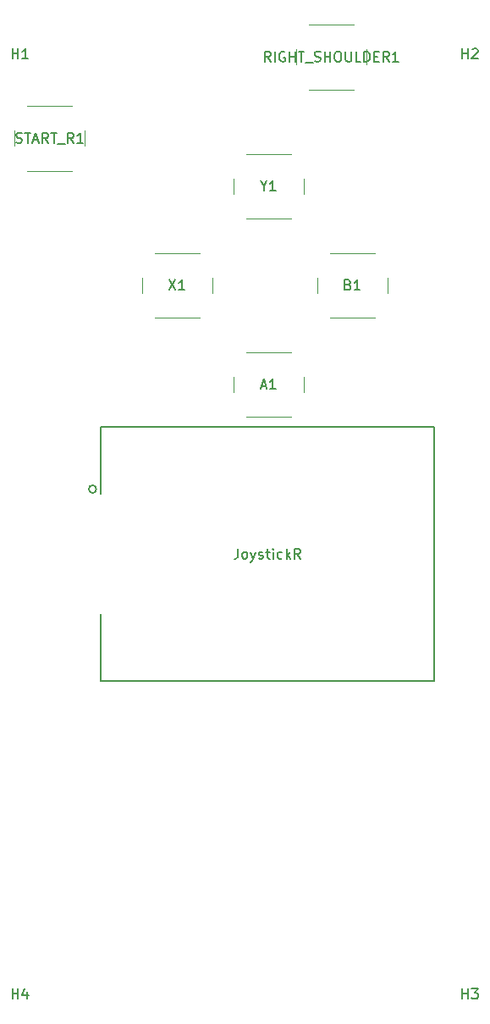
<source format=gbr>
%TF.GenerationSoftware,KiCad,Pcbnew,8.0.2*%
%TF.CreationDate,2024-05-12T00:24:23+01:00*%
%TF.ProjectId,Right_Controller_PCB_Bluetooth,52696768-745f-4436-9f6e-74726f6c6c65,V1.1*%
%TF.SameCoordinates,Original*%
%TF.FileFunction,Legend,Top*%
%TF.FilePolarity,Positive*%
%FSLAX46Y46*%
G04 Gerber Fmt 4.6, Leading zero omitted, Abs format (unit mm)*
G04 Created by KiCad (PCBNEW 8.0.2) date 2024-05-12 00:24:23*
%MOMM*%
%LPD*%
G01*
G04 APERTURE LIST*
%ADD10C,0.150000*%
%ADD11C,0.203200*%
%ADD12C,0.120000*%
G04 APERTURE END LIST*
D10*
X120238095Y-51454819D02*
X120238095Y-50454819D01*
X120238095Y-50931009D02*
X120809523Y-50931009D01*
X120809523Y-51454819D02*
X120809523Y-50454819D01*
X121809523Y-51454819D02*
X121238095Y-51454819D01*
X121523809Y-51454819D02*
X121523809Y-50454819D01*
X121523809Y-50454819D02*
X121428571Y-50597676D01*
X121428571Y-50597676D02*
X121333333Y-50692914D01*
X121333333Y-50692914D02*
X121238095Y-50740533D01*
X142797618Y-100454819D02*
X142797618Y-101169104D01*
X142797618Y-101169104D02*
X142749999Y-101311961D01*
X142749999Y-101311961D02*
X142654761Y-101407200D01*
X142654761Y-101407200D02*
X142511904Y-101454819D01*
X142511904Y-101454819D02*
X142416666Y-101454819D01*
X143416666Y-101454819D02*
X143321428Y-101407200D01*
X143321428Y-101407200D02*
X143273809Y-101359580D01*
X143273809Y-101359580D02*
X143226190Y-101264342D01*
X143226190Y-101264342D02*
X143226190Y-100978628D01*
X143226190Y-100978628D02*
X143273809Y-100883390D01*
X143273809Y-100883390D02*
X143321428Y-100835771D01*
X143321428Y-100835771D02*
X143416666Y-100788152D01*
X143416666Y-100788152D02*
X143559523Y-100788152D01*
X143559523Y-100788152D02*
X143654761Y-100835771D01*
X143654761Y-100835771D02*
X143702380Y-100883390D01*
X143702380Y-100883390D02*
X143749999Y-100978628D01*
X143749999Y-100978628D02*
X143749999Y-101264342D01*
X143749999Y-101264342D02*
X143702380Y-101359580D01*
X143702380Y-101359580D02*
X143654761Y-101407200D01*
X143654761Y-101407200D02*
X143559523Y-101454819D01*
X143559523Y-101454819D02*
X143416666Y-101454819D01*
X144083333Y-100788152D02*
X144321428Y-101454819D01*
X144559523Y-100788152D02*
X144321428Y-101454819D01*
X144321428Y-101454819D02*
X144226190Y-101692914D01*
X144226190Y-101692914D02*
X144178571Y-101740533D01*
X144178571Y-101740533D02*
X144083333Y-101788152D01*
X144892857Y-101407200D02*
X144988095Y-101454819D01*
X144988095Y-101454819D02*
X145178571Y-101454819D01*
X145178571Y-101454819D02*
X145273809Y-101407200D01*
X145273809Y-101407200D02*
X145321428Y-101311961D01*
X145321428Y-101311961D02*
X145321428Y-101264342D01*
X145321428Y-101264342D02*
X145273809Y-101169104D01*
X145273809Y-101169104D02*
X145178571Y-101121485D01*
X145178571Y-101121485D02*
X145035714Y-101121485D01*
X145035714Y-101121485D02*
X144940476Y-101073866D01*
X144940476Y-101073866D02*
X144892857Y-100978628D01*
X144892857Y-100978628D02*
X144892857Y-100931009D01*
X144892857Y-100931009D02*
X144940476Y-100835771D01*
X144940476Y-100835771D02*
X145035714Y-100788152D01*
X145035714Y-100788152D02*
X145178571Y-100788152D01*
X145178571Y-100788152D02*
X145273809Y-100835771D01*
X145607143Y-100788152D02*
X145988095Y-100788152D01*
X145750000Y-100454819D02*
X145750000Y-101311961D01*
X145750000Y-101311961D02*
X145797619Y-101407200D01*
X145797619Y-101407200D02*
X145892857Y-101454819D01*
X145892857Y-101454819D02*
X145988095Y-101454819D01*
X146321429Y-101454819D02*
X146321429Y-100788152D01*
X146321429Y-100454819D02*
X146273810Y-100502438D01*
X146273810Y-100502438D02*
X146321429Y-100550057D01*
X146321429Y-100550057D02*
X146369048Y-100502438D01*
X146369048Y-100502438D02*
X146321429Y-100454819D01*
X146321429Y-100454819D02*
X146321429Y-100550057D01*
X147226190Y-101407200D02*
X147130952Y-101454819D01*
X147130952Y-101454819D02*
X146940476Y-101454819D01*
X146940476Y-101454819D02*
X146845238Y-101407200D01*
X146845238Y-101407200D02*
X146797619Y-101359580D01*
X146797619Y-101359580D02*
X146750000Y-101264342D01*
X146750000Y-101264342D02*
X146750000Y-100978628D01*
X146750000Y-100978628D02*
X146797619Y-100883390D01*
X146797619Y-100883390D02*
X146845238Y-100835771D01*
X146845238Y-100835771D02*
X146940476Y-100788152D01*
X146940476Y-100788152D02*
X147130952Y-100788152D01*
X147130952Y-100788152D02*
X147226190Y-100835771D01*
X147654762Y-101454819D02*
X147654762Y-100454819D01*
X147750000Y-101073866D02*
X148035714Y-101454819D01*
X148035714Y-100788152D02*
X147654762Y-101169104D01*
X149035714Y-101454819D02*
X148702381Y-100978628D01*
X148464286Y-101454819D02*
X148464286Y-100454819D01*
X148464286Y-100454819D02*
X148845238Y-100454819D01*
X148845238Y-100454819D02*
X148940476Y-100502438D01*
X148940476Y-100502438D02*
X148988095Y-100550057D01*
X148988095Y-100550057D02*
X149035714Y-100645295D01*
X149035714Y-100645295D02*
X149035714Y-100788152D01*
X149035714Y-100788152D02*
X148988095Y-100883390D01*
X148988095Y-100883390D02*
X148940476Y-100931009D01*
X148940476Y-100931009D02*
X148845238Y-100978628D01*
X148845238Y-100978628D02*
X148464286Y-100978628D01*
X120618666Y-59843200D02*
X120761523Y-59890819D01*
X120761523Y-59890819D02*
X120999618Y-59890819D01*
X120999618Y-59890819D02*
X121094856Y-59843200D01*
X121094856Y-59843200D02*
X121142475Y-59795580D01*
X121142475Y-59795580D02*
X121190094Y-59700342D01*
X121190094Y-59700342D02*
X121190094Y-59605104D01*
X121190094Y-59605104D02*
X121142475Y-59509866D01*
X121142475Y-59509866D02*
X121094856Y-59462247D01*
X121094856Y-59462247D02*
X120999618Y-59414628D01*
X120999618Y-59414628D02*
X120809142Y-59367009D01*
X120809142Y-59367009D02*
X120713904Y-59319390D01*
X120713904Y-59319390D02*
X120666285Y-59271771D01*
X120666285Y-59271771D02*
X120618666Y-59176533D01*
X120618666Y-59176533D02*
X120618666Y-59081295D01*
X120618666Y-59081295D02*
X120666285Y-58986057D01*
X120666285Y-58986057D02*
X120713904Y-58938438D01*
X120713904Y-58938438D02*
X120809142Y-58890819D01*
X120809142Y-58890819D02*
X121047237Y-58890819D01*
X121047237Y-58890819D02*
X121190094Y-58938438D01*
X121475809Y-58890819D02*
X122047237Y-58890819D01*
X121761523Y-59890819D02*
X121761523Y-58890819D01*
X122332952Y-59605104D02*
X122809142Y-59605104D01*
X122237714Y-59890819D02*
X122571047Y-58890819D01*
X122571047Y-58890819D02*
X122904380Y-59890819D01*
X123809142Y-59890819D02*
X123475809Y-59414628D01*
X123237714Y-59890819D02*
X123237714Y-58890819D01*
X123237714Y-58890819D02*
X123618666Y-58890819D01*
X123618666Y-58890819D02*
X123713904Y-58938438D01*
X123713904Y-58938438D02*
X123761523Y-58986057D01*
X123761523Y-58986057D02*
X123809142Y-59081295D01*
X123809142Y-59081295D02*
X123809142Y-59224152D01*
X123809142Y-59224152D02*
X123761523Y-59319390D01*
X123761523Y-59319390D02*
X123713904Y-59367009D01*
X123713904Y-59367009D02*
X123618666Y-59414628D01*
X123618666Y-59414628D02*
X123237714Y-59414628D01*
X124094857Y-58890819D02*
X124666285Y-58890819D01*
X124380571Y-59890819D02*
X124380571Y-58890819D01*
X124761524Y-59986057D02*
X125523428Y-59986057D01*
X126332952Y-59890819D02*
X125999619Y-59414628D01*
X125761524Y-59890819D02*
X125761524Y-58890819D01*
X125761524Y-58890819D02*
X126142476Y-58890819D01*
X126142476Y-58890819D02*
X126237714Y-58938438D01*
X126237714Y-58938438D02*
X126285333Y-58986057D01*
X126285333Y-58986057D02*
X126332952Y-59081295D01*
X126332952Y-59081295D02*
X126332952Y-59224152D01*
X126332952Y-59224152D02*
X126285333Y-59319390D01*
X126285333Y-59319390D02*
X126237714Y-59367009D01*
X126237714Y-59367009D02*
X126142476Y-59414628D01*
X126142476Y-59414628D02*
X125761524Y-59414628D01*
X127285333Y-59890819D02*
X126713905Y-59890819D01*
X126999619Y-59890819D02*
X126999619Y-58890819D01*
X126999619Y-58890819D02*
X126904381Y-59033676D01*
X126904381Y-59033676D02*
X126809143Y-59128914D01*
X126809143Y-59128914D02*
X126713905Y-59176533D01*
X145133714Y-84207104D02*
X145609904Y-84207104D01*
X145038476Y-84492819D02*
X145371809Y-83492819D01*
X145371809Y-83492819D02*
X145705142Y-84492819D01*
X146562285Y-84492819D02*
X145990857Y-84492819D01*
X146276571Y-84492819D02*
X146276571Y-83492819D01*
X146276571Y-83492819D02*
X146181333Y-83635676D01*
X146181333Y-83635676D02*
X146086095Y-83730914D01*
X146086095Y-83730914D02*
X145990857Y-83778533D01*
X135894476Y-73586819D02*
X136561142Y-74586819D01*
X136561142Y-73586819D02*
X135894476Y-74586819D01*
X137465904Y-74586819D02*
X136894476Y-74586819D01*
X137180190Y-74586819D02*
X137180190Y-73586819D01*
X137180190Y-73586819D02*
X137084952Y-73729676D01*
X137084952Y-73729676D02*
X136989714Y-73824914D01*
X136989714Y-73824914D02*
X136894476Y-73872533D01*
X146050761Y-51762819D02*
X145717428Y-51286628D01*
X145479333Y-51762819D02*
X145479333Y-50762819D01*
X145479333Y-50762819D02*
X145860285Y-50762819D01*
X145860285Y-50762819D02*
X145955523Y-50810438D01*
X145955523Y-50810438D02*
X146003142Y-50858057D01*
X146003142Y-50858057D02*
X146050761Y-50953295D01*
X146050761Y-50953295D02*
X146050761Y-51096152D01*
X146050761Y-51096152D02*
X146003142Y-51191390D01*
X146003142Y-51191390D02*
X145955523Y-51239009D01*
X145955523Y-51239009D02*
X145860285Y-51286628D01*
X145860285Y-51286628D02*
X145479333Y-51286628D01*
X146479333Y-51762819D02*
X146479333Y-50762819D01*
X147479332Y-50810438D02*
X147384094Y-50762819D01*
X147384094Y-50762819D02*
X147241237Y-50762819D01*
X147241237Y-50762819D02*
X147098380Y-50810438D01*
X147098380Y-50810438D02*
X147003142Y-50905676D01*
X147003142Y-50905676D02*
X146955523Y-51000914D01*
X146955523Y-51000914D02*
X146907904Y-51191390D01*
X146907904Y-51191390D02*
X146907904Y-51334247D01*
X146907904Y-51334247D02*
X146955523Y-51524723D01*
X146955523Y-51524723D02*
X147003142Y-51619961D01*
X147003142Y-51619961D02*
X147098380Y-51715200D01*
X147098380Y-51715200D02*
X147241237Y-51762819D01*
X147241237Y-51762819D02*
X147336475Y-51762819D01*
X147336475Y-51762819D02*
X147479332Y-51715200D01*
X147479332Y-51715200D02*
X147526951Y-51667580D01*
X147526951Y-51667580D02*
X147526951Y-51334247D01*
X147526951Y-51334247D02*
X147336475Y-51334247D01*
X147955523Y-51762819D02*
X147955523Y-50762819D01*
X147955523Y-51239009D02*
X148526951Y-51239009D01*
X148526951Y-51762819D02*
X148526951Y-50762819D01*
X148860285Y-50762819D02*
X149431713Y-50762819D01*
X149145999Y-51762819D02*
X149145999Y-50762819D01*
X149526952Y-51858057D02*
X150288856Y-51858057D01*
X150479333Y-51715200D02*
X150622190Y-51762819D01*
X150622190Y-51762819D02*
X150860285Y-51762819D01*
X150860285Y-51762819D02*
X150955523Y-51715200D01*
X150955523Y-51715200D02*
X151003142Y-51667580D01*
X151003142Y-51667580D02*
X151050761Y-51572342D01*
X151050761Y-51572342D02*
X151050761Y-51477104D01*
X151050761Y-51477104D02*
X151003142Y-51381866D01*
X151003142Y-51381866D02*
X150955523Y-51334247D01*
X150955523Y-51334247D02*
X150860285Y-51286628D01*
X150860285Y-51286628D02*
X150669809Y-51239009D01*
X150669809Y-51239009D02*
X150574571Y-51191390D01*
X150574571Y-51191390D02*
X150526952Y-51143771D01*
X150526952Y-51143771D02*
X150479333Y-51048533D01*
X150479333Y-51048533D02*
X150479333Y-50953295D01*
X150479333Y-50953295D02*
X150526952Y-50858057D01*
X150526952Y-50858057D02*
X150574571Y-50810438D01*
X150574571Y-50810438D02*
X150669809Y-50762819D01*
X150669809Y-50762819D02*
X150907904Y-50762819D01*
X150907904Y-50762819D02*
X151050761Y-50810438D01*
X151479333Y-51762819D02*
X151479333Y-50762819D01*
X151479333Y-51239009D02*
X152050761Y-51239009D01*
X152050761Y-51762819D02*
X152050761Y-50762819D01*
X152717428Y-50762819D02*
X152907904Y-50762819D01*
X152907904Y-50762819D02*
X153003142Y-50810438D01*
X153003142Y-50810438D02*
X153098380Y-50905676D01*
X153098380Y-50905676D02*
X153145999Y-51096152D01*
X153145999Y-51096152D02*
X153145999Y-51429485D01*
X153145999Y-51429485D02*
X153098380Y-51619961D01*
X153098380Y-51619961D02*
X153003142Y-51715200D01*
X153003142Y-51715200D02*
X152907904Y-51762819D01*
X152907904Y-51762819D02*
X152717428Y-51762819D01*
X152717428Y-51762819D02*
X152622190Y-51715200D01*
X152622190Y-51715200D02*
X152526952Y-51619961D01*
X152526952Y-51619961D02*
X152479333Y-51429485D01*
X152479333Y-51429485D02*
X152479333Y-51096152D01*
X152479333Y-51096152D02*
X152526952Y-50905676D01*
X152526952Y-50905676D02*
X152622190Y-50810438D01*
X152622190Y-50810438D02*
X152717428Y-50762819D01*
X153574571Y-50762819D02*
X153574571Y-51572342D01*
X153574571Y-51572342D02*
X153622190Y-51667580D01*
X153622190Y-51667580D02*
X153669809Y-51715200D01*
X153669809Y-51715200D02*
X153765047Y-51762819D01*
X153765047Y-51762819D02*
X153955523Y-51762819D01*
X153955523Y-51762819D02*
X154050761Y-51715200D01*
X154050761Y-51715200D02*
X154098380Y-51667580D01*
X154098380Y-51667580D02*
X154145999Y-51572342D01*
X154145999Y-51572342D02*
X154145999Y-50762819D01*
X155098380Y-51762819D02*
X154622190Y-51762819D01*
X154622190Y-51762819D02*
X154622190Y-50762819D01*
X155431714Y-51762819D02*
X155431714Y-50762819D01*
X155431714Y-50762819D02*
X155669809Y-50762819D01*
X155669809Y-50762819D02*
X155812666Y-50810438D01*
X155812666Y-50810438D02*
X155907904Y-50905676D01*
X155907904Y-50905676D02*
X155955523Y-51000914D01*
X155955523Y-51000914D02*
X156003142Y-51191390D01*
X156003142Y-51191390D02*
X156003142Y-51334247D01*
X156003142Y-51334247D02*
X155955523Y-51524723D01*
X155955523Y-51524723D02*
X155907904Y-51619961D01*
X155907904Y-51619961D02*
X155812666Y-51715200D01*
X155812666Y-51715200D02*
X155669809Y-51762819D01*
X155669809Y-51762819D02*
X155431714Y-51762819D01*
X156431714Y-51239009D02*
X156765047Y-51239009D01*
X156907904Y-51762819D02*
X156431714Y-51762819D01*
X156431714Y-51762819D02*
X156431714Y-50762819D01*
X156431714Y-50762819D02*
X156907904Y-50762819D01*
X157907904Y-51762819D02*
X157574571Y-51286628D01*
X157336476Y-51762819D02*
X157336476Y-50762819D01*
X157336476Y-50762819D02*
X157717428Y-50762819D01*
X157717428Y-50762819D02*
X157812666Y-50810438D01*
X157812666Y-50810438D02*
X157860285Y-50858057D01*
X157860285Y-50858057D02*
X157907904Y-50953295D01*
X157907904Y-50953295D02*
X157907904Y-51096152D01*
X157907904Y-51096152D02*
X157860285Y-51191390D01*
X157860285Y-51191390D02*
X157812666Y-51239009D01*
X157812666Y-51239009D02*
X157717428Y-51286628D01*
X157717428Y-51286628D02*
X157336476Y-51286628D01*
X158860285Y-51762819D02*
X158288857Y-51762819D01*
X158574571Y-51762819D02*
X158574571Y-50762819D01*
X158574571Y-50762819D02*
X158479333Y-50905676D01*
X158479333Y-50905676D02*
X158384095Y-51000914D01*
X158384095Y-51000914D02*
X158288857Y-51048533D01*
X153825238Y-74063009D02*
X153968095Y-74110628D01*
X153968095Y-74110628D02*
X154015714Y-74158247D01*
X154015714Y-74158247D02*
X154063333Y-74253485D01*
X154063333Y-74253485D02*
X154063333Y-74396342D01*
X154063333Y-74396342D02*
X154015714Y-74491580D01*
X154015714Y-74491580D02*
X153968095Y-74539200D01*
X153968095Y-74539200D02*
X153872857Y-74586819D01*
X153872857Y-74586819D02*
X153491905Y-74586819D01*
X153491905Y-74586819D02*
X153491905Y-73586819D01*
X153491905Y-73586819D02*
X153825238Y-73586819D01*
X153825238Y-73586819D02*
X153920476Y-73634438D01*
X153920476Y-73634438D02*
X153968095Y-73682057D01*
X153968095Y-73682057D02*
X154015714Y-73777295D01*
X154015714Y-73777295D02*
X154015714Y-73872533D01*
X154015714Y-73872533D02*
X153968095Y-73967771D01*
X153968095Y-73967771D02*
X153920476Y-74015390D01*
X153920476Y-74015390D02*
X153825238Y-74063009D01*
X153825238Y-74063009D02*
X153491905Y-74063009D01*
X155015714Y-74586819D02*
X154444286Y-74586819D01*
X154730000Y-74586819D02*
X154730000Y-73586819D01*
X154730000Y-73586819D02*
X154634762Y-73729676D01*
X154634762Y-73729676D02*
X154539524Y-73824914D01*
X154539524Y-73824914D02*
X154444286Y-73872533D01*
X165238095Y-51454819D02*
X165238095Y-50454819D01*
X165238095Y-50931009D02*
X165809523Y-50931009D01*
X165809523Y-51454819D02*
X165809523Y-50454819D01*
X166238095Y-50550057D02*
X166285714Y-50502438D01*
X166285714Y-50502438D02*
X166380952Y-50454819D01*
X166380952Y-50454819D02*
X166619047Y-50454819D01*
X166619047Y-50454819D02*
X166714285Y-50502438D01*
X166714285Y-50502438D02*
X166761904Y-50550057D01*
X166761904Y-50550057D02*
X166809523Y-50645295D01*
X166809523Y-50645295D02*
X166809523Y-50740533D01*
X166809523Y-50740533D02*
X166761904Y-50883390D01*
X166761904Y-50883390D02*
X166190476Y-51454819D01*
X166190476Y-51454819D02*
X166809523Y-51454819D01*
X145371809Y-64204628D02*
X145371809Y-64680819D01*
X145038476Y-63680819D02*
X145371809Y-64204628D01*
X145371809Y-64204628D02*
X145705142Y-63680819D01*
X146562285Y-64680819D02*
X145990857Y-64680819D01*
X146276571Y-64680819D02*
X146276571Y-63680819D01*
X146276571Y-63680819D02*
X146181333Y-63823676D01*
X146181333Y-63823676D02*
X146086095Y-63918914D01*
X146086095Y-63918914D02*
X145990857Y-63966533D01*
X165238095Y-145454819D02*
X165238095Y-144454819D01*
X165238095Y-144931009D02*
X165809523Y-144931009D01*
X165809523Y-145454819D02*
X165809523Y-144454819D01*
X166190476Y-144454819D02*
X166809523Y-144454819D01*
X166809523Y-144454819D02*
X166476190Y-144835771D01*
X166476190Y-144835771D02*
X166619047Y-144835771D01*
X166619047Y-144835771D02*
X166714285Y-144883390D01*
X166714285Y-144883390D02*
X166761904Y-144931009D01*
X166761904Y-144931009D02*
X166809523Y-145026247D01*
X166809523Y-145026247D02*
X166809523Y-145264342D01*
X166809523Y-145264342D02*
X166761904Y-145359580D01*
X166761904Y-145359580D02*
X166714285Y-145407200D01*
X166714285Y-145407200D02*
X166619047Y-145454819D01*
X166619047Y-145454819D02*
X166333333Y-145454819D01*
X166333333Y-145454819D02*
X166238095Y-145407200D01*
X166238095Y-145407200D02*
X166190476Y-145359580D01*
X120238095Y-145454819D02*
X120238095Y-144454819D01*
X120238095Y-144931009D02*
X120809523Y-144931009D01*
X120809523Y-145454819D02*
X120809523Y-144454819D01*
X121714285Y-144788152D02*
X121714285Y-145454819D01*
X121476190Y-144407200D02*
X121238095Y-145121485D01*
X121238095Y-145121485D02*
X121857142Y-145121485D01*
D11*
%TO.C,JoystickR1*%
X129087600Y-88300000D02*
X129090000Y-95000000D01*
X129087600Y-88300000D02*
X162420000Y-88300000D01*
X129090000Y-113690000D02*
X129090000Y-106990000D01*
X162420000Y-88300000D02*
X162420000Y-113700000D01*
X162420000Y-113700000D02*
X129090000Y-113690000D01*
X128631000Y-94500000D02*
G75*
G02*
X127869000Y-94500000I-381000J0D01*
G01*
X127869000Y-94500000D02*
G75*
G02*
X128631000Y-94500000I381000J0D01*
G01*
D12*
%TO.C,START_R1*%
X120452000Y-58686000D02*
X120452000Y-60186000D01*
X121702000Y-62686000D02*
X126202000Y-62686000D01*
X126202000Y-56186000D02*
X121702000Y-56186000D01*
X127452000Y-60186000D02*
X127452000Y-58686000D01*
%TO.C,A1*%
X142348000Y-83288000D02*
X142348000Y-84788000D01*
X143598000Y-87288000D02*
X148098000Y-87288000D01*
X148098000Y-80788000D02*
X143598000Y-80788000D01*
X149348000Y-84788000D02*
X149348000Y-83288000D01*
%TO.C,X1*%
X133204000Y-73382000D02*
X133204000Y-74882000D01*
X134454000Y-77382000D02*
X138954000Y-77382000D01*
X138954000Y-70882000D02*
X134454000Y-70882000D01*
X140204000Y-74882000D02*
X140204000Y-73382000D01*
%TO.C,RIGHT_SHOULDER1*%
X148646000Y-50558000D02*
X148646000Y-52058000D01*
X149896000Y-54558000D02*
X154396000Y-54558000D01*
X154396000Y-48058000D02*
X149896000Y-48058000D01*
X155646000Y-52058000D02*
X155646000Y-50558000D01*
%TO.C,B1*%
X150730000Y-73382000D02*
X150730000Y-74882000D01*
X151980000Y-77382000D02*
X156480000Y-77382000D01*
X156480000Y-70882000D02*
X151980000Y-70882000D01*
X157730000Y-74882000D02*
X157730000Y-73382000D01*
%TO.C,Y1*%
X142348000Y-63476000D02*
X142348000Y-64976000D01*
X143598000Y-67476000D02*
X148098000Y-67476000D01*
X148098000Y-60976000D02*
X143598000Y-60976000D01*
X149348000Y-64976000D02*
X149348000Y-63476000D01*
%TD*%
M02*

</source>
